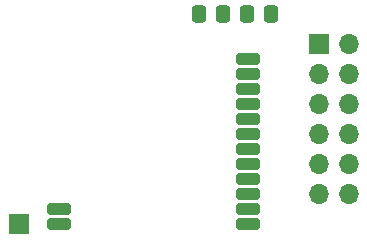
<source format=gbr>
%TF.GenerationSoftware,KiCad,Pcbnew,7.0.1*%
%TF.CreationDate,2023-03-26T17:18:12+02:00*%
%TF.ProjectId,AS4432_ANT_PMOD,41533434-3332-45f4-914e-545f504d4f44,rev?*%
%TF.SameCoordinates,Original*%
%TF.FileFunction,Soldermask,Top*%
%TF.FilePolarity,Negative*%
%FSLAX46Y46*%
G04 Gerber Fmt 4.6, Leading zero omitted, Abs format (unit mm)*
G04 Created by KiCad (PCBNEW 7.0.1) date 2023-03-26 17:18:12*
%MOMM*%
%LPD*%
G01*
G04 APERTURE LIST*
G04 Aperture macros list*
%AMRoundRect*
0 Rectangle with rounded corners*
0 $1 Rounding radius*
0 $2 $3 $4 $5 $6 $7 $8 $9 X,Y pos of 4 corners*
0 Add a 4 corners polygon primitive as box body*
4,1,4,$2,$3,$4,$5,$6,$7,$8,$9,$2,$3,0*
0 Add four circle primitives for the rounded corners*
1,1,$1+$1,$2,$3*
1,1,$1+$1,$4,$5*
1,1,$1+$1,$6,$7*
1,1,$1+$1,$8,$9*
0 Add four rect primitives between the rounded corners*
20,1,$1+$1,$2,$3,$4,$5,0*
20,1,$1+$1,$4,$5,$6,$7,0*
20,1,$1+$1,$6,$7,$8,$9,0*
20,1,$1+$1,$8,$9,$2,$3,0*%
G04 Aperture macros list end*
%ADD10R,1.700000X1.700000*%
%ADD11O,1.700000X1.700000*%
%ADD12RoundRect,0.250000X0.750000X0.250000X-0.750000X0.250000X-0.750000X-0.250000X0.750000X-0.250000X0*%
%ADD13RoundRect,0.250000X0.337500X0.475000X-0.337500X0.475000X-0.337500X-0.475000X0.337500X-0.475000X0*%
%ADD14RoundRect,0.250000X-0.337500X-0.475000X0.337500X-0.475000X0.337500X0.475000X-0.337500X0.475000X0*%
G04 APERTURE END LIST*
D10*
%TO.C,J1*%
X149860000Y-43180000D03*
D11*
X152400000Y-43180000D03*
X149860000Y-45720000D03*
X152400000Y-45720000D03*
X149860000Y-48260000D03*
X152400000Y-48260000D03*
X149860000Y-50800000D03*
X152400000Y-50800000D03*
X149860000Y-53340000D03*
X152400000Y-53340000D03*
X149860000Y-55880000D03*
X152400000Y-55880000D03*
%TD*%
D12*
%TO.C,U1*%
X143826500Y-44450000D03*
X143826500Y-45720000D03*
X143826500Y-46990000D03*
X143826500Y-48260000D03*
X143826500Y-49530000D03*
X143826500Y-50800000D03*
X143826500Y-52070000D03*
X143826500Y-53340000D03*
X143826500Y-54610000D03*
X143826500Y-55880000D03*
X143826500Y-57150000D03*
X143826500Y-58420000D03*
X127826500Y-58420000D03*
X127826500Y-57150000D03*
%TD*%
D13*
%TO.C,C1*%
X141775000Y-40640000D03*
X139700000Y-40640000D03*
%TD*%
D14*
%TO.C,C2*%
X143742500Y-40640000D03*
X145817500Y-40640000D03*
%TD*%
D10*
%TO.C,J2*%
X124460000Y-58420000D03*
%TD*%
M02*

</source>
